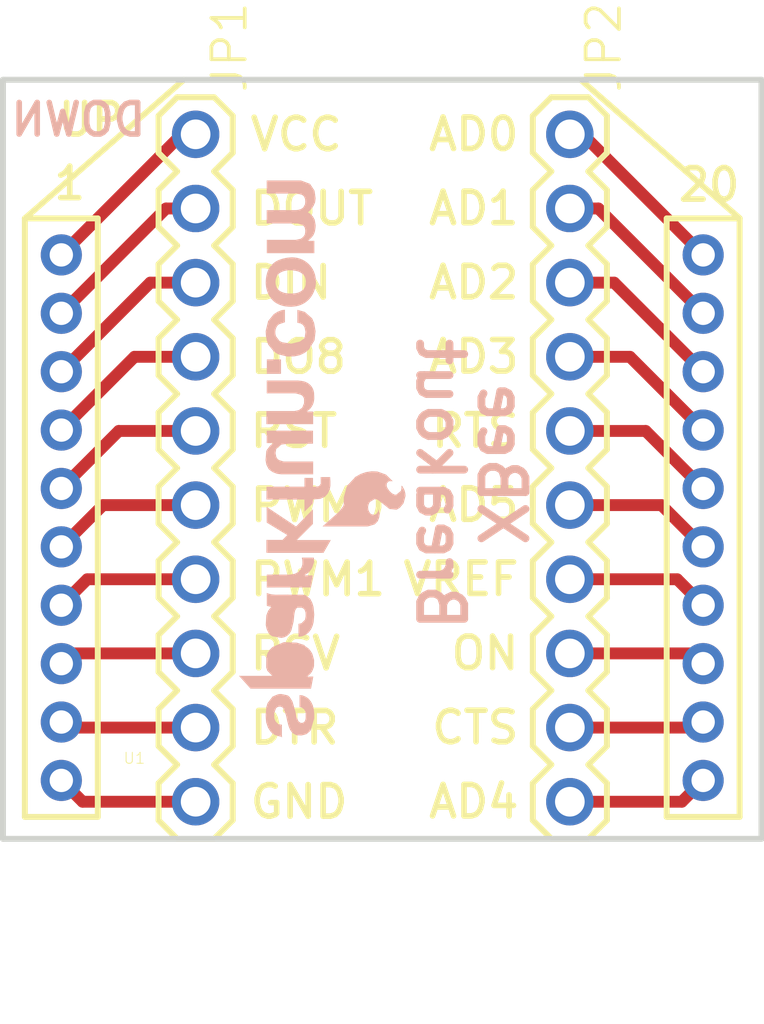
<source format=kicad_pcb>
(kicad_pcb (version 20211014) (generator pcbnew)
  (layers (0 "F.Cu" signal) (31 "B.Cu" signal) (34 "B.Paste" user) (35 "F.Paste" user) (36 "B.SilkS" user "B.Silkscreen") (37 "F.SilkS" user "F.Silkscreen") (38 "B.Mask" user) (39 "F.Mask" user) (44 "Edge.Cuts" user))
  (net 0 "")
  (net 1 "N$21")
  (net 2 "N$22")
  (net 3 "N$23")
  (net 4 "N$24")
  (net 5 "N$26")
  (net 6 "N$27")
  (net 7 "N$28")
  (net 8 "N$29")
  (net 9 "N$30")
  (net 10 "N$31")
  (net 11 "N$32")
  (net 12 "N$33")
  (net 13 "N$34")
  (net 14 "N$35")
  (net 15 "N$36")
  (net 16 "N$37")
  (net 17 "N$38")
  (net 18 "N$39")
  (net 19 "N$40")
  (net 20 "N$1")
  (footprint "boardEagle:XBEE-1" (layer "F.Cu") (at 148.5011 118.0036)
    (fp_text reference "U1" (at -8.89 -2.54) (layer "F.SilkS") (effects (font (size 0.373888 0.373888) (thickness 0.032512)) (justify left bottom)))
    (fp_text value "XBEE")
    (fp_line (start -12.25 -21.25) (end -12.25 -0.75) (layer "F.SilkS") (width 0.2032))
    (fp_line (start -12.25 -0.75) (end -9.75 -0.75) (layer "F.SilkS") (width 0.2032))
    (fp_line (start 12.25 -21.25) (end 12.25 -0.75) (layer "F.SilkS") (width 0.2032))
    (fp_line (start -9.75 -21.25) (end -9.75 -0.75) (layer "F.SilkS") (width 0.2032))
    (fp_line (start 9.75 -21.25) (end 9.75 -0.75) (layer "F.SilkS") (width 0.2032))
    (fp_line (start 9.75 -21.25) (end 12.25 -21.25) (layer "F.SilkS") (width 0.2032))
    (fp_line (start 12.25 -0.75) (end 9.75 -0.75) (layer "F.SilkS") (width 0.2032))
    (fp_line (start -9.75 -21.25) (end -12.25 -21.25) (layer "F.SilkS") (width 0.2032))
    (pad "1" thru_hole circle (at -11 -20) (size 1.4096 1.4096) (drill 0.8) (layers *.Cu *.Mask) (net 1 "N$21"))
    (pad "2" thru_hole circle (at -11 -18) (size 1.4096 1.4096) (drill 0.8) (layers *.Cu *.Mask) (net 2 "N$22"))
    (pad "3" thru_hole circle (at -11 -16) (size 1.4096 1.4096) (drill 0.8) (layers *.Cu *.Mask) (net 3 "N$23"))
    (pad "4" thru_hole circle (at -11 -14) (size 1.4096 1.4096) (drill 0.8) (layers *.Cu *.Mask) (net 4 "N$24"))
    (pad "5" thru_hole circle (at -11 -12) (size 1.4096 1.4096) (drill 0.8) (layers *.Cu *.Mask) (net 20 "N$1"))
    (pad "6" thru_hole circle (at -11 -10) (size 1.4096 1.4096) (drill 0.8) (layers *.Cu *.Mask) (net 5 "N$26"))
    (pad "7" thru_hole circle (at -11 -8) (size 1.4096 1.4096) (drill 0.8) (layers *.Cu *.Mask) (net 6 "N$27"))
    (pad "8" thru_hole circle (at -11 -6) (size 1.4096 1.4096) (drill 0.8) (layers *.Cu *.Mask) (net 7 "N$28"))
    (pad "9" thru_hole circle (at -11 -4) (size 1.4096 1.4096) (drill 0.8) (layers *.Cu *.Mask) (net 8 "N$29"))
    (pad "10" thru_hole circle (at -11 -2) (size 1.4096 1.4096) (drill 0.8) (layers *.Cu *.Mask) (net 9 "N$30"))
    (pad "11" thru_hole circle (at 11 -2) (size 1.4096 1.4096) (drill 0.8) (layers *.Cu *.Mask) (net 10 "N$31"))
    (pad "12" thru_hole circle (at 11 -4) (size 1.4096 1.4096) (drill 0.8) (layers *.Cu *.Mask) (net 11 "N$32"))
    (pad "13" thru_hole circle (at 11 -6) (size 1.4096 1.4096) (drill 0.8) (layers *.Cu *.Mask) (net 12 "N$33"))
    (pad "14" thru_hole circle (at 11 -8) (size 1.4096 1.4096) (drill 0.8) (layers *.Cu *.Mask) (net 13 "N$34"))
    (pad "15" thru_hole circle (at 11 -10) (size 1.4096 1.4096) (drill 0.8) (layers *.Cu *.Mask) (net 14 "N$35"))
    (pad "16" thru_hole circle (at 11 -12) (size 1.4096 1.4096) (drill 0.8) (layers *.Cu *.Mask) (net 15 "N$36"))
    (pad "17" thru_hole circle (at 11 -14) (size 1.4096 1.4096) (drill 0.8) (layers *.Cu *.Mask) (net 16 "N$37"))
    (pad "18" thru_hole circle (at 11 -16) (size 1.4096 1.4096) (drill 0.8) (layers *.Cu *.Mask) (net 17 "N$38"))
    (pad "19" thru_hole circle (at 11 -18) (size 1.4096 1.4096) (drill 0.8) (layers *.Cu *.Mask) (net 18 "N$39"))
    (pad "20" thru_hole circle (at 11 -20) (size 1.4096 1.4096) (drill 0.8) (layers *.Cu *.Mask) (net 19 "N$40"))
  )
  (footprint "boardEagle:1X10" (layer "F.Cu") (at 142.1051 93.8736 -90)
    (fp_text reference "JP1" (at -1.3462 -1.8288 -90) (layer "F.SilkS") (effects (font (size 1.143 1.143) (thickness 0.127)) (justify left bottom)))
    (fp_text value "")
    (fp_line (start 18.415 -1.27) (end 19.05 -0.635) (layer "F.SilkS") (width 0.2032))
    (fp_line (start 8.89 -0.635) (end 9.525 -1.27) (layer "F.SilkS") (width 0.2032))
    (fp_line (start 11.43 0.635) (end 10.795 1.27) (layer "F.SilkS") (width 0.2032))
    (fp_line (start 6.35 0.635) (end 6.985 1.27) (layer "F.SilkS") (width 0.2032))
    (fp_line (start 8.89 0.635) (end 8.255 1.27) (layer "F.SilkS") (width 0.2032))
    (fp_line (start 13.97 0.635) (end 14.605 1.27) (layer "F.SilkS") (width 0.2032))
    (fp_line (start 23.495 -1.27) (end 24.13 -0.635) (layer "F.SilkS") (width 0.2032))
    (fp_line (start 21.59 0.635) (end 22.225 1.27) (layer "F.SilkS") (width 0.2032))
    (fp_line (start -1.27 0.635) (end -0.635 1.27) (layer "F.SilkS") (width 0.2032))
    (fp_line (start 14.605 -1.27) (end 15.875 -1.27) (layer "F.SilkS") (width 0.2032))
    (fp_line (start 3.175 -1.27) (end 3.81 -0.635) (layer "F.SilkS") (width 0.2032))
    (fp_line (start 13.335 1.27) (end 12.065 1.27) (layer "F.SilkS") (width 0.2032))
    (fp_line (start 24.13 -0.635) (end 24.13 0.635) (layer "F.SilkS") (width 0.2032))
    (fp_line (start 4.445 1.27) (end 3.81 0.635) (layer "F.SilkS") (width 0.2032))
    (fp_line (start 0.635 -1.27) (end 1.27 -0.635) (layer "F.SilkS") (width 0.2032))
    (fp_line (start 9.525 1.27) (end 8.89 0.635) (layer "F.SilkS") (width 0.2032))
    (fp_line (start 20.955 -1.27) (end 21.59 -0.635) (layer "F.SilkS") (width 0.2032))
    (fp_line (start -1.27 -0.635) (end -1.27 0.635) (layer "F.SilkS") (width 0.2032))
    (fp_line (start 5.715 1.27) (end 4.445 1.27) (layer "F.SilkS") (width 0.2032))
    (fp_line (start 22.225 -1.27) (end 23.495 -1.27) (layer "F.SilkS") (width 0.2032))
    (fp_line (start 14.605 -1.27) (end 13.97 -0.635) (layer "F.SilkS") (width 0.2032))
    (fp_line (start 1.27 -0.635) (end 1.905 -1.27) (layer "F.SilkS") (width 0.2032))
    (fp_line (start 9.525 -1.27) (end 10.795 -1.27) (layer "F.SilkS") (width 0.2032))
    (fp_line (start 13.335 -1.27) (end 13.97 -0.635) (layer "F.SilkS") (width 0.2032))
    (fp_line (start 17.145 -1.27) (end 18.415 -1.27) (layer "F.SilkS") (width 0.2032))
    (fp_line (start 12.065 -1.27) (end 13.335 -1.27) (layer "F.SilkS") (width 0.2032))
    (fp_line (start 6.985 -1.27) (end 6.35 -0.635) (layer "F.SilkS") (width 0.2032))
    (fp_line (start 8.255 -1.27) (end 8.89 -0.635) (layer "F.SilkS") (width 0.2032))
    (fp_line (start 21.59 0.635) (end 20.955 1.27) (layer "F.SilkS") (width 0.2032))
    (fp_line (start 19.05 0.635) (end 18.415 1.27) (layer "F.SilkS") (width 0.2032))
    (fp_line (start 3.175 1.27) (end 1.905 1.27) (layer "F.SilkS") (width 0.2032))
    (fp_line (start 1.905 1.27) (end 1.27 0.635) (layer "F.SilkS") (width 0.2032))
    (fp_line (start 3.81 0.635) (end 3.175 1.27) (layer "F.SilkS") (width 0.2032))
    (fp_line (start 5.715 -1.27) (end 6.35 -0.635) (layer "F.SilkS") (width 0.2032))
    (fp_line (start 17.145 -1.27) (end 16.51 -0.635) (layer "F.SilkS") (width 0.2032))
    (fp_line (start 23.495 1.27) (end 22.225 1.27) (layer "F.SilkS") (width 0.2032))
    (fp_line (start 19.05 0.635) (end 19.685 1.27) (layer "F.SilkS") (width 0.2032))
    (fp_line (start 6.35 0.635) (end 5.715 1.27) (layer "F.SilkS") (width 0.2032))
    (fp_line (start 16.51 0.635) (end 17.145 1.27) (layer "F.SilkS") (width 0.2032))
    (fp_line (start 10.795 1.27) (end 9.525 1.27) (layer "F.SilkS") (width 0.2032))
    (fp_line (start -0.635 -1.27) (end 0.635 -1.27) (layer "F.SilkS") (width 0.2032))
    (fp_line (start 11.43 -0.635) (end 12.065 -1.27) (layer "F.SilkS") (width 0.2032))
    (fp_line (start 16.51 0.635) (end 15.875 1.27) (layer "F.SilkS") (width 0.2032))
    (fp_line (start 1.27 0.635) (end 0.635 1.27) (layer "F.SilkS") (width 0.2032))
    (fp_line (start 19.685 -1.27) (end 19.05 -0.635) (layer "F.SilkS") (width 0.2032))
    (fp_line (start 15.875 1.27) (end 14.605 1.27) (layer "F.SilkS") (width 0.2032))
    (fp_line (start 1.905 -1.27) (end 3.175 -1.27) (layer "F.SilkS") (width 0.2032))
    (fp_line (start 13.97 0.635) (end 13.335 1.27) (layer "F.SilkS") (width 0.2032))
    (fp_line (start 3.81 -0.635) (end 4.445 -1.27) (layer "F.SilkS") (width 0.2032))
    (fp_line (start 18.415 1.27) (end 17.145 1.27) (layer "F.SilkS") (width 0.2032))
    (fp_line (start 6.985 -1.27) (end 8.255 -1.27) (layer "F.SilkS") (width 0.2032))
    (fp_line (start 10.795 -1.27) (end 11.43 -0.635) (layer "F.SilkS") (width 0.2032))
    (fp_line (start 4.445 -1.27) (end 5.715 -1.27) (layer "F.SilkS") (width 0.2032))
    (fp_line (start 24.13 0.635) (end 23.495 1.27) (layer "F.SilkS") (width 0.2032))
    (fp_line (start 8.255 1.27) (end 6.985 1.27) (layer "F.SilkS") (width 0.2032))
    (fp_line (start 19.685 -1.27) (end 20.955 -1.27) (layer "F.SilkS") (width 0.2032))
    (fp_line (start -0.635 -1.27) (end -1.27 -0.635) (layer "F.SilkS") (width 0.2032))
    (fp_line (start 0.635 1.27) (end -0.635 1.27) (layer "F.SilkS") (width 0.2032))
    (fp_line (start 20.955 1.27) (end 19.685 1.27) (layer "F.SilkS") (width 0.2032))
    (fp_line (start 15.875 -1.27) (end 16.51 -0.635) (layer "F.SilkS") (width 0.2032))
    (fp_line (start 22.225 -1.27) (end 21.59 -0.635) (layer "F.SilkS") (width 0.2032))
    (fp_line (start 12.065 1.27) (end 11.43 0.635) (layer "F.SilkS") (width 0.2032))
    (pad "1" thru_hole circle (at 0 0) (size 1.6256 1.6256) (drill 1.016) (layers *.Cu *.Mask) (net 1 "N$21"))
    (pad "2" thru_hole circle (at 2.54 0) (size 1.6256 1.6256) (drill 1.016) (layers *.Cu *.Mask) (net 2 "N$22"))
    (pad "3" thru_hole circle (at 5.08 0) (size 1.6256 1.6256) (drill 1.016) (layers *.Cu *.Mask) (net 3 "N$23"))
    (pad "4" thru_hole circle (at 7.62 0) (size 1.6256 1.6256) (drill 1.016) (layers *.Cu *.Mask) (net 4 "N$24"))
    (pad "5" thru_hole circle (at 10.16 0) (size 1.6256 1.6256) (drill 1.016) (layers *.Cu *.Mask) (net 20 "N$1"))
    (pad "6" thru_hole circle (at 12.7 0) (size 1.6256 1.6256) (drill 1.016) (layers *.Cu *.Mask) (net 5 "N$26"))
    (pad "7" thru_hole circle (at 15.24 0) (size 1.6256 1.6256) (drill 1.016) (layers *.Cu *.Mask) (net 6 "N$27"))
    (pad "8" thru_hole circle (at 17.78 0) (size 1.6256 1.6256) (drill 1.016) (layers *.Cu *.Mask) (net 7 "N$28"))
    (pad "9" thru_hole circle (at 20.32 0) (size 1.6256 1.6256) (drill 1.016) (layers *.Cu *.Mask) (net 8 "N$29"))
    (pad "10" thru_hole circle (at 22.86 0) (size 1.6256 1.6256) (drill 1.016) (layers *.Cu *.Mask) (net 9 "N$30"))
  )
  (footprint "boardEagle:1X10" (layer "F.Cu") (at 154.9321 93.8736 -90)
    (fp_text reference "JP2" (at -1.3462 -1.8288 -90) (layer "F.SilkS") (effects (font (size 1.143 1.143) (thickness 0.127)) (justify left bottom)))
    (fp_text value "")
    (fp_line (start 21.59 0.635) (end 22.225 1.27) (layer "F.SilkS") (width 0.2032))
    (fp_line (start 11.43 0.635) (end 10.795 1.27) (layer "F.SilkS") (width 0.2032))
    (fp_line (start 6.985 -1.27) (end 8.255 -1.27) (layer "F.SilkS") (width 0.2032))
    (fp_line (start 12.065 -1.27) (end 13.335 -1.27) (layer "F.SilkS") (width 0.2032))
    (fp_line (start 3.81 0.635) (end 3.175 1.27) (layer "F.SilkS") (width 0.2032))
    (fp_line (start 10.795 1.27) (end 9.525 1.27) (layer "F.SilkS") (width 0.2032))
    (fp_line (start 6.35 0.635) (end 6.985 1.27) (layer "F.SilkS") (width 0.2032))
    (fp_line (start 21.59 0.635) (end 20.955 1.27) (layer "F.SilkS") (width 0.2032))
    (fp_line (start 18.415 -1.27) (end 19.05 -0.635) (layer "F.SilkS") (width 0.2032))
    (fp_line (start 20.955 -1.27) (end 21.59 -0.635) (layer "F.SilkS") (width 0.2032))
    (fp_line (start 23.495 1.27) (end 22.225 1.27) (layer "F.SilkS") (width 0.2032))
    (fp_line (start 6.985 -1.27) (end 6.35 -0.635) (layer "F.SilkS") (width 0.2032))
    (fp_line (start -0.635 -1.27) (end 0.635 -1.27) (layer "F.SilkS") (width 0.2032))
    (fp_line (start 23.495 -1.27) (end 24.13 -0.635) (layer "F.SilkS") (width 0.2032))
    (fp_line (start 4.445 -1.27) (end 5.715 -1.27) (layer "F.SilkS") (width 0.2032))
    (fp_line (start 9.525 1.27) (end 8.89 0.635) (layer "F.SilkS") (width 0.2032))
    (fp_line (start 16.51 0.635) (end 15.875 1.27) (layer "F.SilkS") (width 0.2032))
    (fp_line (start 22.225 -1.27) (end 23.495 -1.27) (layer "F.SilkS") (width 0.2032))
    (fp_line (start 24.13 -0.635) (end 24.13 0.635) (layer "F.SilkS") (width 0.2032))
    (fp_line (start 3.175 -1.27) (end 3.81 -0.635) (layer "F.SilkS") (width 0.2032))
    (fp_line (start 13.97 0.635) (end 14.605 1.27) (layer "F.SilkS") (width 0.2032))
    (fp_line (start 1.905 1.27) (end 1.27 0.635) (layer "F.SilkS") (width 0.2032))
    (fp_line (start -0.635 -1.27) (end -1.27 -0.635) (layer "F.SilkS") (width 0.2032))
    (fp_line (start 8.255 -1.27) (end 8.89 -0.635) (layer "F.SilkS") (width 0.2032))
    (fp_line (start 20.955 1.27) (end 19.685 1.27) (layer "F.SilkS") (width 0.2032))
    (fp_line (start 3.175 1.27) (end 1.905 1.27) (layer "F.SilkS") (width 0.2032))
    (fp_line (start 15.875 1.27) (end 14.605 1.27) (layer "F.SilkS") (width 0.2032))
    (fp_line (start 19.685 -1.27) (end 20.955 -1.27) (layer "F.SilkS") (width 0.2032))
    (fp_line (start 19.05 0.635) (end 18.415 1.27) (layer "F.SilkS") (width 0.2032))
    (fp_line (start 8.89 0.635) (end 8.255 1.27) (layer "F.SilkS") (width 0.2032))
    (fp_line (start 17.145 -1.27) (end 18.415 -1.27) (layer "F.SilkS") (width 0.2032))
    (fp_line (start 1.27 -0.635) (end 1.905 -1.27) (layer "F.SilkS") (width 0.2032))
    (fp_line (start 13.97 0.635) (end 13.335 1.27) (layer "F.SilkS") (width 0.2032))
    (fp_line (start 12.065 1.27) (end 11.43 0.635) (layer "F.SilkS") (width 0.2032))
    (fp_line (start 18.415 1.27) (end 17.145 1.27) (layer "F.SilkS") (width 0.2032))
    (fp_line (start 0.635 1.27) (end -0.635 1.27) (layer "F.SilkS") (width 0.2032))
    (fp_line (start 19.685 -1.27) (end 19.05 -0.635) (layer "F.SilkS") (width 0.2032))
    (fp_line (start 17.145 -1.27) (end 16.51 -0.635) (layer "F.SilkS") (width 0.2032))
    (fp_line (start -1.27 0.635) (end -0.635 1.27) (layer "F.SilkS") (width 0.2032))
    (fp_line (start 13.335 -1.27) (end 13.97 -0.635) (layer "F.SilkS") (width 0.2032))
    (fp_line (start 10.795 -1.27) (end 11.43 -0.635) (layer "F.SilkS") (width 0.2032))
    (fp_line (start 8.89 -0.635) (end 9.525 -1.27) (layer "F.SilkS") (width 0.2032))
    (fp_line (start 5.715 1.27) (end 4.445 1.27) (layer "F.SilkS") (width 0.2032))
    (fp_line (start 11.43 -0.635) (end 12.065 -1.27) (layer "F.SilkS") (width 0.2032))
    (fp_line (start 1.27 0.635) (end 0.635 1.27) (layer "F.SilkS") (width 0.2032))
    (fp_line (start 22.225 -1.27) (end 21.59 -0.635) (layer "F.SilkS") (width 0.2032))
    (fp_line (start 24.13 0.635) (end 23.495 1.27) (layer "F.SilkS") (width 0.2032))
    (fp_line (start 1.905 -1.27) (end 3.175 -1.27) (layer "F.SilkS") (width 0.2032))
    (fp_line (start 8.255 1.27) (end 6.985 1.27) (layer "F.SilkS") (width 0.2032))
    (fp_line (start 6.35 0.635) (end 5.715 1.27) (layer "F.SilkS") (width 0.2032))
    (fp_line (start 9.525 -1.27) (end 10.795 -1.27) (layer "F.SilkS") (width 0.2032))
    (fp_line (start 0.635 -1.27) (end 1.27 -0.635) (layer "F.SilkS") (width 0.2032))
    (fp_line (start 15.875 -1.27) (end 16.51 -0.635) (layer "F.SilkS") (width 0.2032))
    (fp_line (start -1.27 -0.635) (end -1.27 0.635) (layer "F.SilkS") (width 0.2032))
    (fp_line (start 4.445 1.27) (end 3.81 0.635) (layer "F.SilkS") (width 0.2032))
    (fp_line (start 13.335 1.27) (end 12.065 1.27) (layer "F.SilkS") (width 0.2032))
    (fp_line (start 3.81 -0.635) (end 4.445 -1.27) (layer "F.SilkS") (width 0.2032))
    (fp_line (start 14.605 -1.27) (end 13.97 -0.635) (layer "F.SilkS") (width 0.2032))
    (fp_line (start 14.605 -1.27) (end 15.875 -1.27) (layer "F.SilkS") (width 0.2032))
    (fp_line (start 16.51 0.635) (end 17.145 1.27) (layer "F.SilkS") (width 0.2032))
    (fp_line (start 5.715 -1.27) (end 6.35 -0.635) (layer "F.SilkS") (width 0.2032))
    (fp_line (start 19.05 0.635) (end 19.685 1.27) (layer "F.SilkS") (width 0.2032))
    (pad "1" thru_hole circle (at 0 0) (size 1.6256 1.6256) (drill 1.016) (layers *.Cu *.Mask) (net 19 "N$40"))
    (pad "2" thru_hole circle (at 2.54 0) (size 1.6256 1.6256) (drill 1.016) (layers *.Cu *.Mask) (net 18 "N$39"))
    (pad "3" thru_hole circle (at 5.08 0) (size 1.6256 1.6256) (drill 1.016) (layers *.Cu *.Mask) (net 17 "N$38"))
    (pad "4" thru_hole circle (at 7.62 0) (size 1.6256 1.6256) (drill 1.016) (layers *.Cu *.Mask) (net 16 "N$37"))
    (pad "5" thru_hole circle (at 10.16 0) (size 1.6256 1.6256) (drill 1.016) (layers *.Cu *.Mask) (net 15 "N$36"))
    (pad "6" thru_hole circle (at 12.7 0) (size 1.6256 1.6256) (drill 1.016) (layers *.Cu *.Mask) (net 14 "N$35"))
    (pad "7" thru_hole circle (at 15.24 0) (size 1.6256 1.6256) (drill 1.016) (layers *.Cu *.Mask) (net 13 "N$34"))
    (pad "8" thru_hole circle (at 17.78 0) (size 1.6256 1.6256) (drill 1.016) (layers *.Cu *.Mask) (net 12 "N$33"))
    (pad "9" thru_hole circle (at 20.32 0) (size 1.6256 1.6256) (drill 1.016) (layers *.Cu *.Mask) (net 11 "N$32"))
    (pad "10" thru_hole circle (at 22.86 0) (size 1.6256 1.6256) (drill 1.016) (layers *.Cu *.Mask) (net 10 "N$31"))
  )
  (footprint "boardEagle:SFE-NEW-WEBLOGO" (layer "B.Cu") (at 143.6011 114.5036 90)
    (fp_text reference "U$2" hide)
    (fp_text value "LOGO-SFENEW" hide)
    (fp_line (start 11.7729 0.955) (end 11.7729 1.9202) (layer "B.SilkS") (width 0.0254))
    (fp_line (start 12.1818 2.0091) (end 12.1818 0.955) (layer "B.SilkS") (width 0.0254))
    (fp_line (start 10.7163 2.5171) (end 11.1201 2.5171) (layer "B.SilkS") (width 0.0254))
    (fp_line (start 15.5499 2.6137) (end 15.5499 2.2911) (layer "B.SilkS") (width 0.0254))
    (fp_line (start 15.5702 2.2962) (end 15.5702 2.6137) (layer "B.SilkS") (width 0.0254))
    (fp_line (start 15.5499 2.2911) (end 15.527 2.2911) (layer "B.SilkS") (width 0.0254))
    (fp_line (start 11.1379 0.9449) (end 10.7163 0.9449) (layer "B.SilkS") (width 0.0254))
    (fp_line (start 15.5702 2.6137) (end 15.5854 2.6137) (layer "B.SilkS") (width 0.0254))
    (fp_line (start 10.7163 0.9449) (end 10.7163 2.5171) (layer "B.SilkS") (width 0.0254))
    (fp_line (start 11.1379 1.8136) (end 11.1379 0.9449) (layer "B.SilkS") (width 0.0254))
    (fp_line (start 11.1201 2.5171) (end 11.1201 2.2962) (layer "B.SilkS") (width 0.0254))
    (fp_line (start 11.1201 2.2962) (end 11.1277 2.2962) (layer "B.SilkS") (width 0.0254))
    (fp_line (start 12.1818 0.955) (end 11.7729 0.955) (layer "B.SilkS") (width 0.0254))
    (fp_arc (start 14.7523 1.5672) (mid 14.792796 1.413418) (end 14.8615 1.27) (layer "B.SilkS") (width 0.0254))
    (fp_arc (start 15.128201 2.4892) (mid 14.882786 2.260687) (end 14.7549 1.9507) (layer "B.SilkS") (width 0.0254))
    (fp_arc (start 14.9911 1.1201) (mid 15.249615 0.972855) (end 15.5423 0.9195) (layer "B.SilkS") (width 0.0254))
    (fp_arc (start 14.8615 1.27) (mid 14.919858 1.189481) (end 14.9911 1.1201) (layer "B.SilkS") (width 0.0254))
    (fp_arc (start 11.1862 2.3571) (mid 11.172158 2.338081) (end 11.1582 2.319) (layer "B.SilkS") (width 0.0254))
    (fp_arc (start 15.809 2.5857) (mid 15.698073 2.606673) (end 15.5854 2.6137) (layer "B.SilkS") (width 0.0254))
    (fp_arc (start 15.9868 1.7196) (mid 15.980368 1.846143) (end 15.9588 1.971) (layer "B.SilkS") (width 0.0254))
    (fp_arc (start 15.1714 1.6383) (mid 15.194331 1.520588) (end 15.24 1.4097) (layer "B.SilkS") (width 0.0254))
    (fp_arc (start 11.1455 2.3038) (mid 11.152103 2.311188) (end 11.1582 2.319) (layer "B.SilkS") (width 0.0254))
    (fp_arc (start 14.7549 1.9507) (mid 14.737287 1.759061) (end 14.7523 1.5672) (layer "B.SilkS") (width 0.0254))
    (fp_arc (start 11.7145 2.1311) (mid 11.664346 2.1894) (end 11.5976 2.2276) (layer "B.SilkS") (width 0.0254))
    (fp_arc (start 11.1277 2.2962) (mid 11.137379 2.298176) (end 11.1455 2.3038) (layer "B.SilkS") (width 0.0254))
    (fp_arc (start 11.5672 2.5552) (mid 11.411238 2.523841) (end 11.2725 2.446) (layer "B.SilkS") (width 0.0254))
    (fp_arc (start 15.2781 2.1692) (mid 15.20247 2.035022) (end 15.168899 1.8847) (layer "B.SilkS") (width 0.0254))
    (fp_arc (start 15.527 2.2911) (mid 15.388433 2.258974) (end 15.278099 2.1692) (layer "B.SilkS") (width 0.0254))
    (fp_arc (start 15.428 1.2522) (mid 15.597525 1.230563) (end 15.7632 1.2725) (layer "B.SilkS") (width 0.0254))
    (fp_arc (start 15.24 1.4097) (mid 15.31871 1.3127) (end 15.428 1.2522) (layer "B.SilkS") (width 0.0254))
    (fp_arc (start 16.4033 1.808499) (mid 16.333054 2.143404) (end 16.129 2.4181) (layer "B.SilkS") (width 0.0254))
    (fp_arc (start 15.7277 2.2708) (mid 15.650001 2.290018) (end 15.5702 2.2962) (layer "B.SilkS") (width 0.0254))
    (fp_arc (start 15.9588 1.971) (mid 15.910982 2.096372) (end 15.8318 2.2047) (layer "B.SilkS") (width 0.0254))
    (fp_arc (start 11.1684 2.0396) (mid 11.146105 1.962214) (end 11.1379 1.8821) (layer "B.SilkS") (width 0.0254))
    (fp_arc (start 15.9029 0.9754) (mid 16.153433 1.12491) (end 16.317 1.3665) (layer "B.SilkS") (width 0.0254))
    (fp_arc (start 15.1689 1.8847) (mid 15.165026 1.761448) (end 15.1714 1.6383) (layer "B.SilkS") (width 0.0254))
    (fp_arc (start 12.1818 2.0091) (mid 12.172765 2.122002) (end 12.1488 2.2327) (layer "B.SilkS") (width 0.0254))
    (fp_arc (start 11.1379 1.8821) (mid 11.137681 1.84785) (end 11.1379 1.8136) (layer "B.SilkS") (width 0.0254))
    (fp_arc (start 15.908 1.4097) (mid 15.966057 1.559906) (end 15.9868 1.7196) (layer "B.SilkS") (width 0.0254))
    (fp_arc (start 11.7729 1.9202) (mid 11.758038 2.02962) (end 11.7145 2.1311) (layer "B.SilkS") (width 0.0254))
    (fp_arc (start 11.2725 2.446) (mid 11.226399 2.404414) (end 11.1862 2.3571) (layer "B.SilkS") (width 0.0254))
    (fp_arc (start 11.5976 2.2276) (mid 11.565101 2.235925) (end 11.5316 2.2377) (layer "B.SilkS") (width 0.0254))
    (fp_arc (start 11.4198 2.2327) (mid 11.475702 2.235165) (end 11.5316 2.2377) (layer "B.SilkS") (width 0.0254))
    (fp_arc (start 15.8318 2.2047) (mid 15.783745 2.244042) (end 15.7277 2.2708) (layer "B.SilkS") (width 0.0254))
    (fp_arc (start 16.317 1.3665) (mid 16.380488 1.583529) (end 16.4033 1.8085) (layer "B.SilkS") (width 0.0254))
    (fp_arc (start 15.5423 0.9195) (mid 15.724919 0.932492) (end 15.9029 0.9754) (layer "B.SilkS") (width 0.0254))
    (fp_arc (start 11.2598 2.1692) (mid 11.206137 2.110016) (end 11.1684 2.0396) (layer "B.SilkS") (width 0.0254))
    (fp_arc (start 11.4198 2.2327) (mid 11.334441 2.214452) (end 11.259799 2.1692) (layer "B.SilkS") (width 0.0254))
    (fp_arc (start 15.7632 1.2725) (mid 15.846801 1.329279) (end 15.908 1.4097) (layer "B.SilkS") (width 0.0254))
    (fp_arc (start 11.7678 2.5502) (mid 11.667584 2.556058) (end 11.5672 2.5552) (layer "B.SilkS") (width 0.0254))
    (fp_arc (start 12.0345 2.425699) (mid 11.911985 2.51116) (end 11.7678 2.5502) (layer "B.SilkS") (width 0.0254))
    (fp_arc (start 15.5499 2.6137) (mid 15.331296 2.577713) (end 15.1282 2.4892) (layer "B.SilkS") (width 0.0254))
    (fp_arc (start 16.129 2.4181) (mid 15.978822 2.520652) (end 15.809 2.5857) (layer "B.SilkS") (width 0.0254))
    (fp_arc (start 12.1488 2.232699) (mid 12.104013 2.336521) (end 12.0345 2.4257) (layer "B.SilkS") (width 0.0254))
    (fp_poly (pts (xy 12.4257 0.9449) (xy 12.921 0.9449) (xy 12.921 1.43) (xy 12.4257 1.43)) (layer "B.SilkS") (width 0) (fill solid))
    (fp_poly (pts (xy 8.809435 3.119895) (xy 8.875117 3.1166) (xy 8.89 3.1166) (xy 8.89 2.7889) (xy 8.869112 2.7889) (xy 8.841108 2.7915) (xy 8.660351 2.7915) (xy 8.587936 2.740064) (xy 8.571192 2.699602) (xy 8.5649 2.653436) (xy 8.5649 2.5273) (xy 8.8621 2.5273) (xy 8.8621 2.2352) (xy 8.5623 2.2352) (xy 8.5623 0.9322) (xy 8.1204 0.9322) (xy 8.1204 2.232779) (xy 7.70383 2.235391) (xy 7.995739 2.5273) (xy 8.1255 2.5273) (xy 8.1255 2.560826) (xy 8.143432 2.77702) (xy 8.219199 2.938937) (xy 8.324367 3.032939) (xy 8.449534 3.095959) (xy 8.586403 3.1242) (xy 8.743112 3.1242)) (layer "B.SilkS") (width 0) (fill solid))
    (fp_poly (pts (xy 17.714962 2.583496) (xy 17.714669 2.58013) (xy 17.812284 2.526288) (xy 17.900302 2.442716) (xy 17.956995 2.351455) (xy 17.961394 2.355854) (xy 18.007182 2.404147) (xy 18.086856 2.480888) (xy 18.177617 2.546023) (xy 18.30384 2.60027) (xy 18.440544 2.616304) (xy 18.698981 2.580082) (xy 18.93345 2.426436) (xy 19.05 2.112985) (xy 19.05 0.9398) (xy 18.6004 0.9398) (xy 18.6004 1.979658) (xy 18.558302 2.150487) (xy 18.49797 2.220003) (xy 18.412014 2.255689) (xy 18.322362 2.262413) (xy 18.233537 2.253336) (xy 18.121633 2.190061) (xy 18.068614 2.109201) (xy 18.041426 2.014408) (xy 18.036069 1.960144) (xy 18.034 1.904767) (xy 18.034 0.9398) (xy 17.5768 0.9398) (xy 17.5768 2.006808) (xy 17.507834 2.191589) (xy 17.433119 2.246143) (xy 17.339789 2.26304) (xy 17.298061 2.260863) (xy 17.256145 2.258198) (xy 17.19103 2.2421) (xy 17.135402 2.205103) (xy 17.092564 2.160343) (xy 17.055171 2.112821) (xy 17.0155 1.934108) (xy 17.0155 0.9423) (xy 16.5583 0.9423) (xy 16.5583 2.573) (xy 16.9824 2.573) (xy 16.9824 2.355139) (xy 16.985319 2.355789) (xy 17.015959 2.3959) (xy 17.093229 2.475705) (xy 17.171263 2.538367) (xy 17.262579 2.579887) (xy 17.318155 2.59498) (xy 17.374103 2.605849) (xy 17.443329 2.614463) (xy 17.514022 2.618767)) (layer "B.SilkS") (width 0) (fill solid))
    (fp_poly (pts (xy 11.770768 2.56283) (xy 12.043428 2.435548) (xy 12.160999 2.237024) (xy 12.1945 2.010032) (xy 12.1945 0.9423) (xy 11.7602 0.9423) (xy 11.7602 1.918474) (xy 11.70302 2.124971) (xy 11.656141 2.179464) (xy 11.593345 2.215403) (xy 11.53092 2.224956) (xy 11.476269 2.222478) (xy 11.422495 2.220106) (xy 11.268 2.158791) (xy 11.18035 2.034508) (xy 11.1506 1.880883) (xy 11.1506 0.9322) (xy 10.7036 0.9322) (xy 10.7036 2.5298) (xy 11.1328 2.5298) (xy 11.1328 2.310454) (xy 11.136857 2.313263) (xy 11.148195 2.326834) (xy 11.161924 2.345602) (xy 11.176241 2.364992) (xy 11.217267 2.413279) (xy 11.265048 2.456381) (xy 11.406772 2.535896) (xy 11.566093 2.567932)) (layer "B.SilkS") (width 0) (fill solid))
    (fp_poly (pts (xy 1.201557 2.290098) (xy 1.414074 2.156268) (xy 1.42383 2.065) (xy 1.01008 2.065) (xy 1.00135 2.126336) (xy 0.936084 2.220524) (xy 0.871818 2.257603) (xy 0.798545 2.2758) (xy 0.628591 2.2758) (xy 0.583991 2.267366) (xy 0.541641 2.251683) (xy 0.51157 2.232098) (xy 0.488615 2.205726) (xy 0.469153 2.152745) (xy 0.474605 2.097619) (xy 0.521549 2.031824) (xy 0.664468 1.962838) (xy 0.866638 1.922444) (xy 1.206678 1.822687) (xy 1.354318 1.729494) (xy 1.389578 1.692366) (xy 1.416579 1.648151) (xy 1.460229 1.440208) (xy 1.447804 1.4376) (xy 1.460484 1.436955) (xy 1.457817 1.384541) (xy 1.452657 1.33034) (xy 1.371775 1.140043) (xy 1.14885 0.969822) (xy 1.013381 0.927267) (xy 0.74708 0.904177) (xy 0.617383 0.909691) (xy 0.487493 0.922202) (xy 0.306845 0.984179) (xy 0.185213 1.061804) (xy 0.109225 1.132023) (xy 0.056988 1.2215) (xy 0.013059 1.350644) (xy 0.002577 1.410659) (xy -0.00152 1.469003) (xy 0.738195 1.10308) (xy 1.120535 1.189415) (xy 1.224069 1.497645) (xy 0.809011 1.723764) (xy 0.364394 1.98847) (xy 0.308075 2.310537) (xy 0.741882 2.423672)) (layer "B.SilkS") (width 0) (fill solid))
    (fp_poly (pts (xy 4.444983 2.544915) (xy 4.588724 2.501712) (xy 4.72259 2.430523) (xy 4.844814 2.271666) (xy 4.859671 2.1819) (xy 4.8616 2.1819) (xy 4.8616 1.6891) (xy 4.864173 1.6891) (xy 4.861603 1.242544) (xy 4.871819 1.108765) (xy 4.906709 0.979276) (xy 4.920484 0.9423) (xy 4.495275 0.9423) (xy 4.477494 0.951279) (xy 4.472002 0.970735) (xy 4.468249 0.985133) (xy 4.446292 1.084946) (xy 4.440321 1.089528) (xy 4.438946 1.088886) (xy 4.309064 0.98859) (xy 4.153188 0.927249) (xy 3.824183 0.906712) (xy 3.683825 0.938256) (xy 3.554173 1.000134) (xy 3.486826 1.05665) (xy 3.437273 1.130532) (xy 3.3807 1.444163) (xy 3.3807 1.446675) (xy 3.401941 1.543624) (xy 3.446308 1.632822) (xy 3.527788 1.722902) (xy 3.632416 1.784766) (xy 3.937258 1.861632) (xy 4.048648 1.873601) (xy 4.159032 1.884616) (xy 4.224808 1.893434) (xy 4.289167 1.907055) (xy 4.336271 1.923637) (xy 4.379043 1.948303) (xy 4.407461 1.974391) (xy 4.413402 1.982997) (xy 4.4171 1.991455) (xy 4.4171 2.14983) (xy 4.358226 2.232254) (xy 4.254396 2.270917) (xy 4.188033 2.274326) (xy 4.120968 2.275774) (xy 4.006679 2.25395) (xy 3.883049 2.131716) (xy 3.8659 2.045941) (xy 3.8659 2.0295) (xy 3.429 2.0295) (xy 3.429 2.040006) (xy 3.418965 2.041638) (xy 3.439259 2.166448) (xy 3.491292 2.283494) (xy 3.571378 2.383462) (xy 3.674008 2.459597) (xy 3.791998 2.513469) (xy 3.916944 2.547448) (xy 4.18103 2.571338)) (layer "B.SilkS") (width 0) (fill solid))
    (fp_poly (pts (xy 6.1316 2.557116) (xy 6.1316 2.1463) (xy 6.115783 2.1463) (xy 6.10653 2.147054) (xy 6.097893 2.149211) (xy 6.068387 2.157247) (xy 6.038922 2.161538) (xy 5.96265 2.16474) (xy 5.887609 2.16159) (xy 5.731931 2.107297) (xy 5.637642 2.018651) (xy 5.577302 1.903423) (xy 5.5499 1.736362) (xy 5.5499 0.9423) (xy 5.107878 0.9423) (xy 5.110519 2.454146) (xy 5.522 2.527255) (xy 5.522 2.234211) (xy 5.526569 2.235704) (xy 5.544428 2.262537) (xy 5.578841 2.314524) (xy 5.613758 2.367854) (xy 5.686736 2.438162) (xy 5.778008 2.498223) (xy 5.979984 2.565515)) (layer "B.SilkS") (width 0) (fill solid))
    (fp_poly (pts (xy 14.181776 2.563159) (xy 14.181555 2.560669) (xy 14.327447 2.496725) (xy 14.547848 2.246517) (xy 14.619242 1.9914) (xy 14.1707 1.9914) (xy 14.1707 2.005388) (xy 14.15242 2.10038) (xy 14.100807 2.180729) (xy 14.023181 2.236025) (xy 13.860405 2.2706) (xy 13.694207 2.245798) (xy 13.653262 2.227396) (xy 13.618712 2.198612) (xy 13.531409 2.074936) (xy 13.459735 1.779947) (xy 13.507258 1.471936) (xy 13.55233 1.379537) (xy 13.718934 1.256376) (xy 13.795519 1.238584) (xy 13.875272 1.234455) (xy 13.963395 1.249226) (xy 14.044683 1.286045) (xy 14.088707 1.320383) (xy 14.123821 1.362695) (xy 14.191983 1.5646) (xy 14.6202 1.5646) (xy 14.6202 1.546046) (xy 14.607183 1.4497) (xy 14.551954 1.307962) (xy 14.468685 1.180108) (xy 14.234909 0.989147) (xy 13.88734 0.904104) (xy 13.726062 0.914148) (xy 13.567886 0.942693) (xy 13.423659 0.994928) (xy 13.188191 1.185237) (xy 13.098694 1.32648) (xy 13.017451 1.644495) (xy 13.0251 1.894992) (xy 13.0251 1.896181) (xy 13.064859 2.076939) (xy 13.14486 2.243932) (xy 13.26133 2.388842) (xy 13.574558 2.580191) (xy 13.883988 2.616332)) (layer "B.SilkS") (width 0) (fill solid))
    (fp_poly (pts (xy 6.7335 1.97376) (xy 7.284539 2.5248) (xy 7.78835 2.5248) (xy 7.197009 1.946483) (xy 7.869909 0.937183) (xy 7.330929 0.939835) (xy 6.903958 1.643716) (xy 6.7386 1.483032) (xy 6.7386 0.9296) (xy 6.306639 0.9296) (xy 6.2941 0.942139) (xy 6.2941 2.887776) (xy 6.7335 3.138467)) (layer "B.SilkS") (width 0) (fill solid))
    (fp_poly (pts (xy 2.834651 2.506079) (xy 2.92707 2.450683) (xy 3.011605 2.383731) (xy 3.1267 2.221709) (xy 3.1267 2.263503) (xy 3.219434 1.972794) (xy 3.236098 1.526727) (xy 3.068933 1.135798) (xy 2.975978 1.041462) (xy 2.864973 0.970996) (xy 2.740356 0.92713) (xy 2.372489 0.922) (xy 2.370226 0.922) (xy 2.254471 0.962806) (xy 2.0828 1.127587) (xy 2.0828 -0.010757) (xy 1.6434 0.385552) (xy 1.6434 2.45912) (xy 2.057593 2.537568) (xy 2.055012 2.330538) (xy 2.068304 2.345345) (xy 2.15812 2.442839) (xy 2.234107 2.497896) (xy 2.368681 2.552194) (xy 2.419192 2.562883) (xy 2.620347 2.565422)) (layer "B.SilkS") (width 0) (fill solid))
    (fp_poly (pts (xy 9.4234 1.520809) (xy 9.472888 1.359974) (xy 9.516069 1.308185) (xy 9.573108 1.271734) (xy 9.714103 1.241374) (xy 9.853529 1.268908) (xy 10.003067 1.442966) (xy 10.033 1.684784) (xy 10.033 2.5273) (xy 10.48 2.5273) (xy 10.48 0.9398) (xy 10.0533 0.9398) (xy 10.0533 1.159713) (xy 9.961626 1.051965) (xy 9.823848 0.946774) (xy 9.797269 0.933513) (xy 9.76873 0.924761) (xy 9.46843 0.899096) (xy 9.311419 0.929258) (xy 9.173895 1.0008) (xy 9.172522 1.0008) (xy 9.155194 1.014756) (xy 9.141833 1.028106) (xy 9.055991 1.150842) (xy 9.0022 1.291099) (xy 8.984 1.439423) (xy 8.984 2.5324) (xy 9.4234 2.5324)) (layer "B.SilkS") (width 0) (fill solid))
    (fp_poly (pts (xy 15.5499 2.609649) (xy 15.5499 2.29782) (xy 15.429469 2.281338) (xy 15.314616 2.217851) (xy 15.23586 2.109416) (xy 15.196312 2.020604) (xy 15.168868 1.873153) (xy 15.163824 1.687316) (xy 15.181322 1.562471) (xy 15.218744 1.447652) (xy 15.272523 1.345) (xy 15.437302 1.244156) (xy 15.6121 1.221967) (xy 15.787119 1.281181) (xy 15.894998 1.379217) (xy 15.949332 1.500229) (xy 15.9868 1.655017) (xy 15.9868 1.797481) (xy 15.961756 1.990339) (xy 15.88736 2.151531) (xy 15.803924 2.232457) (xy 15.708711 2.283762) (xy 15.58997 2.2936) (xy 15.567485 2.2936) (xy 15.57294 2.617878) (xy 15.788992 2.590535) (xy 15.954486 2.53364) (xy 16.155367 2.394616) (xy 16.266844 2.264968) (xy 16.37246 2.027864) (xy 16.400898 1.805948) (xy 16.375193 1.592623) (xy 16.305839 1.343513) (xy 16.222719 1.211114) (xy 16.101494 1.095067) (xy 15.987532 1.014773) (xy 15.799031 0.950211) (xy 15.544583 0.924513) (xy 15.240687 0.965682) (xy 14.951456 1.146439) (xy 14.788469 1.399985) (xy 14.726674 1.793647) (xy 14.809154 2.154405) (xy 15.026083 2.4307) (xy 15.368412 2.600648) (xy 15.51864 2.6187) (xy 15.52691 2.6187)) (layer "B.SilkS") (width 0) (fill solid))
    (fp_poly (pts (xy 8.337002 5.691103) (xy 8.426449 5.668729) (xy 8.439477 5.663683) (xy 8.451149 5.657775) (xy 8.46786 5.649476) (xy 8.486552 5.642734) (xy 8.582694 5.5855) (xy 8.5903 5.5855) (xy 8.5903 5.5601) (xy 8.517833 5.5601) (xy 8.419418 5.540814) (xy 8.285855 5.378186) (xy 8.290365 5.319725) (xy 8.33909 5.224769) (xy 8.415666 5.148096) (xy 8.505069 5.083538) (xy 8.580348 5.051724) (xy 8.661737 5.054532) (xy 8.669864 5.057086) (xy 8.677257 5.060289) (xy 8.741514 5.119856) (xy 8.7478 5.142712) (xy 8.7478 5.260838) (xy 8.974707 5.031027) (xy 9.079186 4.739741) (xy 9.082603 4.739794) (xy 9.08906 4.533335) (xy 9.059857 4.34032) (xy 8.996308 4.155742) (xy 8.8773 3.944478) (xy 8.8773 3.963481) (xy 8.589131 3.69191) (xy 8.193239 3.5814) (xy 7.964005 3.5814) (xy 7.927201 3.574946) (xy 7.892776 3.562492) (xy 7.707322 3.424684) (xy 7.1984 2.85199) (xy 7.1984 4.40367) (xy 7.271004 4.644867) (xy 7.379295 4.748389) (xy 7.518122 4.800422) (xy 7.6149 4.807989) (xy 7.710384 4.800523) (xy 7.77091 4.790999) (xy 7.768788 4.767333) (xy 7.733216 4.768142) (xy 7.712784 4.759041) (xy 7.631519 4.700054) (xy 7.611722 4.67357) (xy 7.601395 4.6114) (xy 7.611905 4.548129) (xy 7.632405 4.508074) (xy 7.663343 4.475585) (xy 7.757535 4.42645) (xy 7.863229 4.414642) (xy 7.953768 4.432984) (xy 8.03522 4.472556) (xy 8.13303 4.637559) (xy 8.118706 4.731744) (xy 8.061914 4.813301) (xy 7.795707 5.146137) (xy 7.772667 5.393755) (xy 7.838495 5.504456) (xy 7.840042 5.506003) (xy 7.989901 5.63002) (xy 8.243676 5.699964)) (layer "B.SilkS") (width 0) (fill solid))
    (fp_poly (pts (xy 0.803285 2.567895) (xy 0.944243 2.553799) (xy 1.081508 2.516334) (xy 1.193542 2.461399) (xy 1.291841 2.383865) (xy 1.357039 2.297824) (xy 1.377068 2.257603) (xy 1.393653 2.216867) (xy 1.417283 2.151914) (xy 1.353784 2.105111) (xy 1.152335 2.254241) (xy 0.736496 2.387002) (xy 0.372563 2.277101) (xy 0.417885 2.019712) (xy 1.241556 1.540676) (xy 1.263422 1.497067) (xy 1.147655 1.152457) (xy 0.724605 1.058492) (xy -0.038666 1.4605) (xy 0.4115 1.4605) (xy 0.4115 1.443466) (xy 0.420402 1.369907) (xy 0.454647 1.305856) (xy 0.524204 1.243359) (xy 0.610838 1.206018) (xy 0.637726 1.200933) (xy 0.665996 1.198897) (xy 0.7328 1.198389) (xy 0.79791 1.198884) (xy 0.968129 1.258019) (xy 1.007666 1.302193) (xy 1.028603 1.358428) (xy 1.025789 1.425439) (xy 0.995864 1.485288) (xy 0.943734 1.527918) (xy 0.715431 1.605731) (xy 0.533161 1.644154) (xy 0.351479 1.692254) (xy 0.230117 1.743632) (xy 0.122357 1.822697) (xy 0.0457 1.960096) (xy 0.0457 1.963141) (xy 0.038572 2.135467) (xy 0.0838 2.300409) (xy 0.0838 2.303445) (xy 0.206233 2.444416) (xy 0.620397 2.567885) (xy 0.71245 2.568634)) (layer "B.SilkS") (width 0) (fill solid))
  )
  (gr_line (start 136.2631 96.7438) (end 141.7011 92.0036) (layer "F.SilkS") (width 0.2032))
  (gr_line (start 160.7487 96.7438) (end 155.3011 92.0036) (layer "F.SilkS") (width 0.2032))
  (gr_line (start 161.5011 92.0036) (end 161.5011 118.0036) (layer "Edge.Cuts") (width 0.2032))
  (gr_line (start 135.5011 92.0036) (end 161.5011 92.0036) (layer "Edge.Cuts") (width 0.2032))
  (gr_line (start 161.5011 118.0036) (end 135.5011 118.0036) (layer "Edge.Cuts") (width 0.2032))
  (gr_line (start 135.5011 118.0036) (end 135.5011 92.0036) (layer "Edge.Cuts") (width 0.2032))
  (gr_text "Breakout" (at 149.6011 111.0036 -90) (layer "B.SilkS") (effects (font (size 1.5113 1.5113) (thickness 0.2667)) (justify left bottom mirror)))
  (gr_text "DOWN" (at 140.5011 94.0036) (layer "B.SilkS") (effects (font (size 1.0795 1.0795) (thickness 0.1905)) (justify left bottom mirror)))
  (gr_text "XBee" (at 151.7011 108.1036 -90) (layer "B.SilkS") (effects (font (size 1.5113 1.5113) (thickness 0.2667)) (justify left bottom mirror)))
  (gr_text "PWM1" (at 143.8831 109.7486) (layer "F.SilkS") (effects (font (size 1.0795 1.0795) (thickness 0.1905)) (justify left bottom)))
  (gr_text "DTR" (at 143.8831 114.8286) (layer "F.SilkS") (effects (font (size 1.0795 1.0795) (thickness 0.1905)) (justify left bottom)))
  (gr_text "AD4" (at 153.2811 116.0986) (layer "F.SilkS") (effects (font (size 1.0795 1.0795) (thickness 0.1905)) (justify right top)))
  (gr_text "1" (at 137.1511 96.1836) (layer "F.SilkS") (effects (font (size 1.0795 1.0795) (thickness 0.1905)) (justify left bottom)))
  (gr_text "PWM0" (at 143.8831 107.2086) (layer "F.SilkS") (effects (font (size 1.0795 1.0795) (thickness 0.1905)) (justify left bottom)))
  (gr_text "RTS" (at 153.2811 103.3986) (layer "F.SilkS") (effects (font (size 1.0795 1.0795) (thickness 0.1905)) (justify right top)))
  (gr_text "ON" (at 153.2811 111.0186) (layer "F.SilkS") (effects (font (size 1.0795 1.0795) (thickness 0.1905)) (justify right top)))
  (gr_text "GND" (at 143.8831 117.3686) (layer "F.SilkS") (effects (font (size 1.0795 1.0795) (thickness 0.1905)) (justify left bottom)))
  (gr_text "AD5" (at 153.2811 105.9386) (layer "F.SilkS") (effects (font (size 1.0795 1.0795) (thickness 0.1905)) (justify right top)))
  (gr_text "RST" (at 143.8831 104.6686) (layer "F.SilkS") (effects (font (size 1.0795 1.0795) (thickness 0.1905)) (justify left bottom)))
  (gr_text "AD0" (at 153.2811 93.2386) (layer "F.SilkS") (effects (font (size 1.0795 1.0795) (thickness 0.1905)) (justify right top)))
  (gr_text "RSV" (at 143.8831 112.2886) (layer "F.SilkS") (effects (font (size 1.0795 1.0795) (thickness 0.1905)) (justify left bottom)))
  (gr_text "DIN" (at 143.8831 99.5886) (layer "F.SilkS") (effects (font (size 1.0795 1.0795) (thickness 0.1905)) (justify left bottom)))
  (gr_text "VREF" (at 153.2811 108.4786) (layer "F.SilkS") (effects (font (size 1.0795 1.0795) (thickness 0.1905)) (justify right top)))
  (gr_text "20" (at 158.5511 96.2336) (layer "F.SilkS") (effects (font (size 1.0795 1.0795) (thickness 0.1905)) (justify left bottom)))
  (gr_text "AD3" (at 153.2811 100.8586) (layer "F.SilkS") (effects (font (size 1.0795 1.0795) (thickness 0.1905)) (justify right top)))
  (gr_text "UP" (at 137.3011 94.0036) (layer "F.SilkS") (effects (font (size 1.0795 1.0795) (thickness 0.1905)) (justify left bottom)))
  (gr_text "CTS" (at 153.2811 113.5586) (layer "F.SilkS") (effects (font (size 1.0795 1.0795) (thickness 0.1905)) (justify right top)))
  (gr_text "VCC" (at 143.8831 94.5086) (layer "F.SilkS") (effects (font (size 1.0795 1.0795) (thickness 0.1905)) (justify left bottom)))
  (gr_text "DO8" (at 143.8831 102.1286) (layer "F.SilkS") (effects (font (size 1.0795 1.0795) (thickness 0.1905)) (justify left bottom)))
  (gr_text "DOUT" (at 143.8831 97.0486) (layer "F.SilkS") (effects (font (size 1.0795 1.0795) (thickness 0.1905)) (justify left bottom)))
  (gr_text "AD2" (at 153.2811 98.3186) (layer "F.SilkS") (effects (font (size 1.0795 1.0795) (thickness 0.1905)) (justify right top)))
  (gr_text "AD1" (at 153.2811 95.7786) (layer "F.SilkS") (effects (font (size 1.0795 1.0795) (thickness 0.1905)) (justify right top)))
  (segment (start 141.6311 93.8736) (end 142.1051 93.8736) (width 0.4064) (layer "F.Cu") (net 1))
  (segment (start 137.5011 98.0036) (end 141.6311 93.8736) (width 0.4064) (layer "F.Cu") (net 1))
  (segment (start 141.0911 96.4136) (end 142.1051 96.4136) (width 0.4064) (layer "F.Cu") (net 2))
  (segment (start 137.5011 100.0036) (end 141.0911 96.4136) (width 0.4064) (layer "F.Cu") (net 2))
  (segment (start 140.5511 98.9536) (end 142.1051 98.9536) (width 0.4064) (layer "F.Cu") (net 3))
  (segment (start 137.5011 102.0036) (end 140.5511 98.9536) (width 0.4064) (layer "F.Cu") (net 3))
  (segment (start 137.5011 104.0036) (end 140.0111 101.4936) (width 0.4064) (layer "F.Cu") (net 4))
  (segment (start 140.0111 101.4936) (end 142.1051 101.4936) (width 0.4064) (layer "F.Cu") (net 4))
  (segment (start 137.5011 108.0036) (end 138.9311 106.5736) (width 0.4064) (layer "F.Cu") (net 5))
  (segment (start 138.9311 106.5736) (end 142.1051 106.5736) (width 0.4064) (layer "F.Cu") (net 5))
  (segment (start 137.5011 110.0036) (end 138.3911 109.1136) (width 0.4064) (layer "F.Cu") (net 6))
  (segment (start 138.3911 109.1136) (end 142.1051 109.1136) (width 0.4064) (layer "F.Cu") (net 6))
  (segment (start 137.8511 111.6536) (end 142.1051 111.6536) (width 0.4064) (layer "F.Cu") (net 7))
  (segment (start 137.5011 112.0036) (end 137.8511 111.6536) (width 0.4064) (layer "F.Cu") (net 7))
  (segment (start 137.5011 114.0036) (end 137.6911 114.1936) (width 0.4064) (layer "F.Cu") (net 8))
  (segment (start 137.6911 114.1936) (end 142.1051 114.1936) (width 0.4064) (layer "F.Cu") (net 8))
  (segment (start 137.5011 116.0036) (end 138.2311 116.7336) (width 0.4064) (layer "F.Cu") (net 9))
  (segment (start 138.2311 116.7336) (end 142.1051 116.7336) (width 0.4064) (layer "F.Cu") (net 9))
  (segment (start 154.9321 116.7336) (end 158.7711 116.7336) (width 0.4064) (layer "F.Cu") (net 10))
  (segment (start 158.7711 116.7336) (end 159.5011 116.0036) (width 0.4064) (layer "F.Cu") (net 10))
  (segment (start 154.9321 114.1936) (end 159.3111 114.1936) (width 0.4064) (layer "F.Cu") (net 11))
  (segment (start 159.3111 114.1936) (end 159.5011 114.0036) (width 0.4064) (layer "F.Cu") (net 11))
  (segment (start 159.1511 111.6536) (end 159.5011 112.0036) (width 0.4064) (layer "F.Cu") (net 12))
  (segment (start 154.9321 111.6536) (end 159.1511 111.6536) (width 0.4064) (layer "F.Cu") (net 12))
  (segment (start 158.6111 109.1136) (end 159.5011 110.0036) (width 0.4064) (layer "F.Cu") (net 13))
  (segment (start 154.9321 109.1136) (end 158.6111 109.1136) (width 0.4064) (layer "F.Cu") (net 13))
  (segment (start 158.0711 106.5736) (end 159.5011 108.0036) (width 0.4064) (layer "F.Cu") (net 14))
  (segment (start 154.9321 106.5736) (end 158.0711 106.5736) (width 0.4064) (layer "F.Cu") (net 14))
  (segment (start 154.9321 104.0336) (end 157.5311 104.0336) (width 0.4064) (layer "F.Cu") (net 15))
  (segment (start 157.5311 104.0336) (end 159.5011 106.0036) (width 0.4064) (layer "F.Cu") (net 15))
  (segment (start 156.9911 101.4936) (end 159.5011 104.0036) (width 0.4064) (layer "F.Cu") (net 16))
  (segment (start 154.9321 101.4936) (end 156.9911 101.4936) (width 0.4064) (layer "F.Cu") (net 16))
  (segment (start 156.4511 98.9536) (end 159.5011 102.0036) (width 0.4064) (layer "F.Cu") (net 17))
  (segment (start 154.9321 98.9536) (end 156.4511 98.9536) (width 0.4064) (layer "F.Cu") (net 17))
  (segment (start 154.9321 96.4136) (end 155.9111 96.4136) (width 0.4064) (layer "F.Cu") (net 18))
  (segment (start 155.9111 96.4136) (end 159.5011 100.0036) (width 0.4064) (layer "F.Cu") (net 18))
  (segment (start 154.9321 93.8736) (end 155.3711 93.8736) (width 0.4064) (layer "F.Cu") (net 19))
  (segment (start 155.3711 93.8736) (end 159.5011 98.0036) (width 0.4064) (layer "F.Cu") (net 19))
  (segment (start 139.4711 104.0336) (end 142.1051 104.0336) (width 0.4064) (layer "F.Cu") (net 20))
  (segment (start 137.5011 106.0036) (end 139.4711 104.0336) (width 0.4064) (layer "F.Cu") (net 20))
)
</source>
